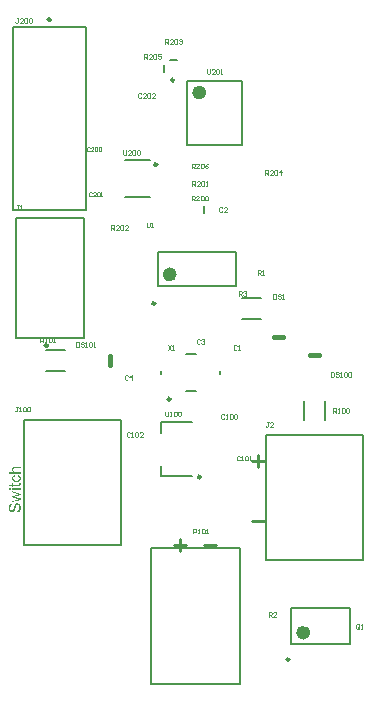
<source format=gbr>
G04*
G04 #@! TF.GenerationSoftware,Altium Limited,Altium Designer,25.7.1 (20)*
G04*
G04 Layer_Color=65535*
%FSLAX44Y44*%
%MOMM*%
G71*
G04*
G04 #@! TF.SameCoordinates,265DE244-54D5-4CCD-A973-AF3357FD315F*
G04*
G04*
G04 #@! TF.FilePolarity,Positive*
G04*
G01*
G75*
%ADD10C,0.2500*%
%ADD11C,0.6000*%
%ADD12C,0.2000*%
%ADD13C,0.4000*%
%ADD14C,0.0762*%
%ADD15C,0.2540*%
G36*
X1478280Y448879D02*
X1473797D01*
X1473783D01*
X1473755D01*
X1473713D01*
X1473656D01*
X1473501Y448865D01*
X1473304Y448837D01*
X1473092Y448781D01*
X1472881Y448710D01*
X1472669Y448611D01*
X1472500Y448485D01*
X1472486Y448470D01*
X1472430Y448414D01*
X1472359Y448330D01*
X1472289Y448203D01*
X1472204Y448048D01*
X1472148Y447864D01*
X1472091Y447639D01*
X1472077Y447385D01*
Y447300D01*
X1472091Y447202D01*
X1472106Y447061D01*
X1472148Y446920D01*
X1472190Y446751D01*
X1472261Y446581D01*
X1472359Y446398D01*
X1472373Y446384D01*
X1472416Y446328D01*
X1472472Y446243D01*
X1472557Y446144D01*
X1472669Y446032D01*
X1472796Y445919D01*
X1472951Y445820D01*
X1473121Y445736D01*
X1473149Y445722D01*
X1473205Y445708D01*
X1473318Y445679D01*
X1473459Y445637D01*
X1473642Y445595D01*
X1473868Y445566D01*
X1474121Y445552D01*
X1474417Y445538D01*
X1478280D01*
Y444340D01*
X1468525D01*
Y445538D01*
X1472021D01*
X1472007Y445552D01*
X1471979Y445581D01*
X1471936Y445623D01*
X1471866Y445693D01*
X1471795Y445764D01*
X1471711Y445863D01*
X1471626Y445989D01*
X1471528Y446116D01*
X1471443Y446257D01*
X1471358Y446412D01*
X1471203Y446779D01*
X1471133Y446976D01*
X1471091Y447188D01*
X1471062Y447413D01*
X1471048Y447639D01*
Y447766D01*
X1471062Y447921D01*
X1471091Y448104D01*
X1471119Y448316D01*
X1471175Y448541D01*
X1471260Y448767D01*
X1471358Y448992D01*
X1471373Y449020D01*
X1471415Y449091D01*
X1471485Y449189D01*
X1471584Y449316D01*
X1471711Y449443D01*
X1471852Y449584D01*
X1472021Y449711D01*
X1472218Y449824D01*
X1472247Y449838D01*
X1472317Y449866D01*
X1472444Y449908D01*
X1472627Y449951D01*
X1472853Y449993D01*
X1473121Y450035D01*
X1473445Y450064D01*
X1473811Y450078D01*
X1478280D01*
Y448879D01*
D02*
G37*
G36*
X1475898Y443297D02*
X1475954Y443283D01*
X1476039Y443269D01*
X1476151Y443241D01*
X1476264Y443212D01*
X1476546Y443114D01*
X1476842Y442987D01*
X1477166Y442803D01*
X1477477Y442578D01*
X1477617Y442451D01*
X1477758Y442310D01*
X1477773Y442296D01*
X1477787Y442268D01*
X1477815Y442226D01*
X1477857Y442169D01*
X1477914Y442099D01*
X1477970Y442000D01*
X1478026Y441887D01*
X1478097Y441774D01*
X1478224Y441493D01*
X1478322Y441154D01*
X1478407Y440788D01*
X1478421Y440576D01*
X1478435Y440365D01*
Y440224D01*
X1478421Y440125D01*
X1478407Y439998D01*
X1478379Y439857D01*
X1478351Y439702D01*
X1478322Y439533D01*
X1478210Y439152D01*
X1478125Y438969D01*
X1478040Y438772D01*
X1477928Y438574D01*
X1477801Y438391D01*
X1477660Y438208D01*
X1477491Y438039D01*
X1477477Y438025D01*
X1477448Y437996D01*
X1477392Y437954D01*
X1477321Y437898D01*
X1477223Y437841D01*
X1477096Y437757D01*
X1476955Y437686D01*
X1476800Y437602D01*
X1476617Y437517D01*
X1476405Y437447D01*
X1476194Y437362D01*
X1475940Y437306D01*
X1475686Y437249D01*
X1475390Y437207D01*
X1475094Y437179D01*
X1474770Y437165D01*
X1474756D01*
X1474713D01*
X1474657D01*
X1474572D01*
X1474474Y437179D01*
X1474361D01*
X1474234Y437193D01*
X1474093Y437207D01*
X1473783Y437249D01*
X1473445Y437320D01*
X1473106Y437404D01*
X1472768Y437531D01*
X1472754D01*
X1472726Y437545D01*
X1472684Y437574D01*
X1472627Y437602D01*
X1472472Y437686D01*
X1472289Y437813D01*
X1472077Y437982D01*
X1471866Y438180D01*
X1471654Y438419D01*
X1471485Y438687D01*
Y438701D01*
X1471471Y438730D01*
X1471443Y438772D01*
X1471415Y438828D01*
X1471387Y438899D01*
X1471344Y438983D01*
X1471260Y439195D01*
X1471189Y439434D01*
X1471119Y439730D01*
X1471062Y440041D01*
X1471048Y440379D01*
Y440492D01*
X1471062Y440576D01*
Y440661D01*
X1471076Y440774D01*
X1471119Y441041D01*
X1471189Y441337D01*
X1471302Y441648D01*
X1471443Y441958D01*
X1471640Y442254D01*
Y442268D01*
X1471669Y442282D01*
X1471753Y442366D01*
X1471880Y442493D01*
X1472063Y442649D01*
X1472289Y442803D01*
X1472571Y442959D01*
X1472895Y443100D01*
X1473276Y443198D01*
X1473459Y442028D01*
X1473445D01*
X1473431Y442014D01*
X1473346Y442000D01*
X1473219Y441958D01*
X1473064Y441887D01*
X1472895Y441817D01*
X1472712Y441704D01*
X1472543Y441577D01*
X1472402Y441436D01*
X1472388Y441422D01*
X1472345Y441366D01*
X1472289Y441267D01*
X1472218Y441154D01*
X1472148Y440999D01*
X1472091Y440830D01*
X1472049Y440633D01*
X1472035Y440421D01*
Y440337D01*
X1472049Y440266D01*
X1472063Y440111D01*
X1472120Y439900D01*
X1472190Y439674D01*
X1472303Y439420D01*
X1472472Y439181D01*
X1472571Y439068D01*
X1472684Y438955D01*
X1472698D01*
X1472712Y438927D01*
X1472754Y438899D01*
X1472810Y438871D01*
X1472881Y438828D01*
X1472965Y438772D01*
X1473064Y438730D01*
X1473177Y438673D01*
X1473318Y438617D01*
X1473473Y438574D01*
X1473642Y438518D01*
X1473825Y438476D01*
X1474023Y438448D01*
X1474248Y438419D01*
X1474488Y438391D01*
X1474742D01*
X1474756D01*
X1474798D01*
X1474883D01*
X1474967Y438405D01*
X1475094D01*
X1475221Y438419D01*
X1475531Y438462D01*
X1475869Y438518D01*
X1476222Y438617D01*
X1476532Y438744D01*
X1476687Y438828D01*
X1476814Y438927D01*
X1476842Y438955D01*
X1476913Y439025D01*
X1477011Y439152D01*
X1477124Y439308D01*
X1477251Y439519D01*
X1477350Y439759D01*
X1477420Y440041D01*
X1477434Y440196D01*
X1477448Y440351D01*
Y440379D01*
X1477434Y440463D01*
X1477420Y440604D01*
X1477392Y440760D01*
X1477350Y440943D01*
X1477265Y441140D01*
X1477166Y441337D01*
X1477025Y441521D01*
X1477011Y441549D01*
X1476941Y441591D01*
X1476842Y441676D01*
X1476687Y441774D01*
X1476504Y441873D01*
X1476278Y441986D01*
X1475996Y442071D01*
X1475686Y442127D01*
X1475841Y443311D01*
X1475855D01*
X1475898Y443297D01*
D02*
G37*
G36*
X1478280Y436460D02*
X1478294Y436404D01*
X1478308Y436305D01*
X1478322Y436178D01*
X1478351Y436037D01*
X1478365Y435882D01*
X1478379Y435572D01*
Y435459D01*
X1478365Y435346D01*
X1478351Y435205D01*
X1478336Y435036D01*
X1478294Y434867D01*
X1478252Y434712D01*
X1478181Y434557D01*
X1478167Y434543D01*
X1478139Y434500D01*
X1478097Y434444D01*
X1478026Y434359D01*
X1477956Y434289D01*
X1477857Y434204D01*
X1477758Y434120D01*
X1477632Y434063D01*
X1477617D01*
X1477561Y434035D01*
X1477462Y434021D01*
X1477321Y433993D01*
X1477138Y433965D01*
X1477025Y433951D01*
X1476898D01*
X1476743Y433937D01*
X1476588Y433922D01*
X1476419D01*
X1476222D01*
X1472134D01*
Y433034D01*
X1471203D01*
Y433922D01*
X1469455D01*
X1468736Y435121D01*
X1471203D01*
Y436333D01*
X1472134D01*
Y435121D01*
X1476292D01*
X1476320D01*
X1476377D01*
X1476461D01*
X1476560Y435135D01*
X1476786Y435149D01*
X1476884Y435163D01*
X1476955Y435177D01*
X1476983Y435191D01*
X1477039Y435233D01*
X1477110Y435290D01*
X1477180Y435388D01*
X1477195Y435417D01*
X1477223Y435487D01*
X1477251Y435614D01*
X1477265Y435797D01*
Y435938D01*
X1477251Y436009D01*
Y436107D01*
X1477237Y436220D01*
X1477223Y436333D01*
X1478280Y436488D01*
Y436460D01*
D02*
G37*
G36*
Y430694D02*
X1471203D01*
Y431893D01*
X1478280D01*
Y430694D01*
D02*
G37*
G36*
X1469892D02*
X1468525D01*
Y431893D01*
X1469892D01*
Y430694D01*
D02*
G37*
G36*
X1478280Y427466D02*
Y426226D01*
X1474051Y425098D01*
X1472839Y424816D01*
X1478280Y423392D01*
Y422123D01*
X1471203Y419981D01*
Y421235D01*
X1475291Y422363D01*
X1476814Y422758D01*
X1476800D01*
X1476772Y422772D01*
X1476701Y422786D01*
X1476659Y422800D01*
X1476588Y422814D01*
X1476504Y422828D01*
X1476405Y422856D01*
X1476292Y422884D01*
X1476151Y422927D01*
X1475996Y422969D01*
X1475813Y423011D01*
X1475602Y423068D01*
X1475362Y423124D01*
X1471203Y424252D01*
Y425478D01*
X1475320Y426536D01*
X1476673Y426888D01*
X1475305Y427297D01*
X1471203Y428509D01*
Y429679D01*
X1478280Y427466D01*
D02*
G37*
G36*
X1475827Y419205D02*
X1476024Y419177D01*
X1476250Y419121D01*
X1476490Y419050D01*
X1476743Y418937D01*
X1477011Y418782D01*
X1477025D01*
X1477039Y418768D01*
X1477124Y418698D01*
X1477251Y418599D01*
X1477392Y418458D01*
X1477561Y418275D01*
X1477744Y418049D01*
X1477914Y417795D01*
X1478069Y417499D01*
Y417485D01*
X1478083Y417457D01*
X1478097Y417415D01*
X1478125Y417358D01*
X1478153Y417274D01*
X1478195Y417175D01*
X1478252Y416950D01*
X1478322Y416682D01*
X1478393Y416358D01*
X1478435Y416005D01*
X1478449Y415625D01*
Y415399D01*
X1478435Y415286D01*
Y415159D01*
X1478421Y415018D01*
X1478407Y414849D01*
X1478351Y414497D01*
X1478294Y414130D01*
X1478195Y413764D01*
X1478069Y413411D01*
Y413397D01*
X1478054Y413369D01*
X1478026Y413327D01*
X1477998Y413270D01*
X1477914Y413101D01*
X1477787Y412904D01*
X1477617Y412678D01*
X1477420Y412439D01*
X1477180Y412213D01*
X1476913Y412002D01*
X1476898D01*
X1476870Y411973D01*
X1476828Y411959D01*
X1476772Y411917D01*
X1476701Y411889D01*
X1476617Y411847D01*
X1476405Y411748D01*
X1476137Y411649D01*
X1475841Y411565D01*
X1475503Y411508D01*
X1475150Y411480D01*
X1475038Y412692D01*
X1475052D01*
X1475066D01*
X1475108Y412706D01*
X1475165D01*
X1475291Y412735D01*
X1475475Y412777D01*
X1475658Y412833D01*
X1475869Y412890D01*
X1476067Y412988D01*
X1476250Y413087D01*
X1476264Y413101D01*
X1476320Y413143D01*
X1476419Y413214D01*
X1476518Y413327D01*
X1476645Y413468D01*
X1476772Y413623D01*
X1476898Y413834D01*
X1477011Y414060D01*
Y414074D01*
X1477025Y414088D01*
X1477039Y414130D01*
X1477054Y414173D01*
X1477096Y414314D01*
X1477152Y414497D01*
X1477209Y414722D01*
X1477251Y414976D01*
X1477279Y415258D01*
X1477293Y415568D01*
Y415695D01*
X1477279Y415836D01*
X1477265Y416005D01*
X1477237Y416203D01*
X1477209Y416428D01*
X1477152Y416654D01*
X1477082Y416865D01*
X1477068Y416893D01*
X1477039Y416964D01*
X1476983Y417062D01*
X1476927Y417189D01*
X1476828Y417316D01*
X1476729Y417457D01*
X1476617Y417598D01*
X1476476Y417711D01*
X1476461Y417725D01*
X1476405Y417753D01*
X1476335Y417795D01*
X1476222Y417852D01*
X1476109Y417908D01*
X1475968Y417951D01*
X1475813Y417979D01*
X1475644Y417993D01*
X1475630D01*
X1475559D01*
X1475475Y417979D01*
X1475362Y417965D01*
X1475249Y417922D01*
X1475108Y417880D01*
X1474967Y417810D01*
X1474840Y417711D01*
X1474826Y417697D01*
X1474784Y417654D01*
X1474728Y417598D01*
X1474643Y417499D01*
X1474558Y417387D01*
X1474460Y417232D01*
X1474361Y417048D01*
X1474276Y416837D01*
X1474262Y416823D01*
X1474248Y416752D01*
X1474206Y416640D01*
X1474192Y416569D01*
X1474164Y416470D01*
X1474121Y416372D01*
X1474093Y416245D01*
X1474051Y416104D01*
X1474009Y415935D01*
X1473966Y415765D01*
X1473910Y415568D01*
X1473853Y415343D01*
X1473797Y415103D01*
Y415089D01*
X1473783Y415047D01*
X1473769Y414976D01*
X1473741Y414892D01*
X1473713Y414779D01*
X1473684Y414652D01*
X1473600Y414370D01*
X1473501Y414060D01*
X1473402Y413736D01*
X1473304Y413454D01*
X1473247Y413327D01*
X1473191Y413214D01*
Y413200D01*
X1473177Y413186D01*
X1473121Y413101D01*
X1473050Y412974D01*
X1472937Y412833D01*
X1472810Y412664D01*
X1472655Y412495D01*
X1472472Y412326D01*
X1472275Y412185D01*
X1472247Y412171D01*
X1472176Y412128D01*
X1472063Y412072D01*
X1471922Y412016D01*
X1471739Y411959D01*
X1471528Y411903D01*
X1471302Y411861D01*
X1471062Y411847D01*
X1471048D01*
X1471034D01*
X1470992D01*
X1470936D01*
X1470795Y411875D01*
X1470611Y411903D01*
X1470400Y411945D01*
X1470160Y412016D01*
X1469921Y412114D01*
X1469681Y412255D01*
X1469667D01*
X1469653Y412269D01*
X1469568Y412340D01*
X1469455Y412439D01*
X1469314Y412565D01*
X1469159Y412735D01*
X1468990Y412946D01*
X1468835Y413200D01*
X1468694Y413482D01*
Y413496D01*
X1468680Y413524D01*
X1468666Y413566D01*
X1468638Y413623D01*
X1468609Y413693D01*
X1468581Y413792D01*
X1468525Y414003D01*
X1468468Y414271D01*
X1468412Y414581D01*
X1468370Y414906D01*
X1468356Y415272D01*
Y415455D01*
X1468370Y415554D01*
Y415653D01*
X1468398Y415921D01*
X1468440Y416217D01*
X1468511Y416527D01*
X1468595Y416865D01*
X1468708Y417175D01*
Y417189D01*
X1468722Y417217D01*
X1468750Y417260D01*
X1468779Y417316D01*
X1468849Y417457D01*
X1468976Y417640D01*
X1469117Y417852D01*
X1469300Y418063D01*
X1469512Y418261D01*
X1469751Y418444D01*
X1469765D01*
X1469780Y418458D01*
X1469822Y418486D01*
X1469864Y418514D01*
X1470005Y418585D01*
X1470188Y418670D01*
X1470414Y418768D01*
X1470682Y418839D01*
X1470964Y418909D01*
X1471274Y418937D01*
X1471373Y417697D01*
X1471358D01*
X1471330D01*
X1471288Y417683D01*
X1471217Y417669D01*
X1471062Y417626D01*
X1470851Y417570D01*
X1470625Y417485D01*
X1470400Y417358D01*
X1470188Y417203D01*
X1469991Y417006D01*
X1469977Y416978D01*
X1469921Y416907D01*
X1469836Y416766D01*
X1469751Y416583D01*
X1469667Y416343D01*
X1469582Y416062D01*
X1469526Y415709D01*
X1469512Y415314D01*
Y415117D01*
X1469526Y415032D01*
X1469540Y414920D01*
X1469568Y414666D01*
X1469624Y414384D01*
X1469695Y414102D01*
X1469808Y413834D01*
X1469878Y413721D01*
X1469949Y413609D01*
X1469963Y413581D01*
X1470019Y413524D01*
X1470118Y413439D01*
X1470231Y413355D01*
X1470386Y413256D01*
X1470555Y413172D01*
X1470752Y413115D01*
X1470978Y413087D01*
X1471006D01*
X1471062D01*
X1471161Y413101D01*
X1471274Y413129D01*
X1471415Y413172D01*
X1471556Y413242D01*
X1471697Y413327D01*
X1471838Y413454D01*
X1471852Y413468D01*
X1471894Y413538D01*
X1471936Y413595D01*
X1471965Y413651D01*
X1472007Y413736D01*
X1472063Y413834D01*
X1472106Y413961D01*
X1472162Y414102D01*
X1472218Y414257D01*
X1472289Y414440D01*
X1472345Y414638D01*
X1472416Y414863D01*
X1472472Y415117D01*
X1472543Y415399D01*
Y415413D01*
X1472557Y415470D01*
X1472571Y415554D01*
X1472599Y415653D01*
X1472627Y415780D01*
X1472669Y415935D01*
X1472712Y416090D01*
X1472754Y416259D01*
X1472853Y416625D01*
X1472951Y416978D01*
X1473008Y417147D01*
X1473064Y417302D01*
X1473106Y417443D01*
X1473163Y417556D01*
Y417570D01*
X1473177Y417598D01*
X1473205Y417640D01*
X1473233Y417697D01*
X1473318Y417852D01*
X1473431Y418035D01*
X1473586Y418247D01*
X1473755Y418458D01*
X1473952Y418655D01*
X1474164Y418825D01*
X1474192Y418839D01*
X1474262Y418895D01*
X1474389Y418951D01*
X1474558Y419036D01*
X1474756Y419106D01*
X1474995Y419177D01*
X1475263Y419219D01*
X1475545Y419233D01*
X1475559D01*
X1475573D01*
X1475616D01*
X1475672D01*
X1475827Y419205D01*
D02*
G37*
D10*
X1503750Y828650D02*
G03*
X1503750Y828650I-1250J0D01*
G01*
X1605250Y507500D02*
G03*
X1605250Y507500I-1250J0D01*
G01*
X1593830Y706120D02*
G03*
X1593830Y706120I-1250J0D01*
G01*
X1630750Y441500D02*
G03*
X1630750Y441500I-1250J0D01*
G01*
X1592250Y588500D02*
G03*
X1592250Y588500I-1250J0D01*
G01*
X1705950Y287000D02*
G03*
X1705950Y287000I-1250J0D01*
G01*
X1608250Y777550D02*
G03*
X1608250Y777550I-1250J0D01*
G01*
X1501270Y552680D02*
G03*
X1501270Y552680I-1270J0D01*
G01*
D11*
X1607500Y613000D02*
G03*
X1607500Y613000I-3000J0D01*
G01*
X1720500Y309750D02*
G03*
X1720500Y309750I-3000J0D01*
G01*
X1632500Y767000D02*
G03*
X1632500Y767000I-3000J0D01*
G01*
D12*
X1471750Y667750D02*
Y822650D01*
X1533250D01*
Y667750D02*
Y822650D01*
X1471750Y667750D02*
X1533250D01*
X1647500Y529000D02*
Y531000D01*
X1597500Y529000D02*
Y531000D01*
X1618000Y514000D02*
X1627000D01*
X1618000Y546000D02*
X1627000D01*
X1665860Y593200D02*
X1681860D01*
X1665860Y575200D02*
X1681860D01*
X1604500Y794500D02*
X1610500D01*
X1599500Y784500D02*
Y790500D01*
X1566500Y710000D02*
X1587500D01*
X1566500Y678500D02*
X1587500D01*
X1597000Y479000D02*
Y488000D01*
X1623000D01*
X1597000Y442000D02*
Y451000D01*
Y442000D02*
X1623000D01*
X1660500Y603000D02*
Y632000D01*
X1594500Y603000D02*
Y632000D01*
X1660500D01*
X1594500Y603000D02*
X1660500D01*
X1707500Y299750D02*
X1757500D01*
X1707500Y330250D02*
X1757500D01*
X1707500Y299750D02*
Y330250D01*
X1757500Y299750D02*
Y330250D01*
X1736200Y489840D02*
Y505840D01*
X1718200Y489840D02*
Y505840D01*
X1619500Y723000D02*
Y777000D01*
X1665500Y723000D02*
Y777000D01*
X1619500D02*
X1665500D01*
X1619500Y723000D02*
X1665500D01*
X1768200Y371120D02*
Y477120D01*
X1686200D02*
X1768200D01*
X1686200Y371120D02*
Y477120D01*
Y371120D02*
X1768200D01*
X1499500Y531000D02*
X1515500D01*
X1499500Y549000D02*
X1515500D01*
X1481500Y384000D02*
X1563500D01*
X1481500D02*
Y490000D01*
X1563500D01*
Y384000D02*
Y490000D01*
X1633220Y665020D02*
Y671020D01*
X1588600Y266140D02*
Y381140D01*
X1664300D01*
Y266140D02*
Y381140D01*
X1588600Y266140D02*
X1664300D01*
X1531800Y559200D02*
Y660800D01*
X1474600Y559200D02*
X1531800D01*
X1474600D02*
Y660800D01*
X1531800D01*
D13*
X1692720Y559960D02*
X1700720D01*
X1723200Y544820D02*
X1731200D01*
X1554000Y536000D02*
Y544000D01*
D14*
X1476376Y829944D02*
X1475107D01*
X1475742D01*
Y826770D01*
X1475107Y826136D01*
X1474472D01*
X1473837Y826770D01*
X1480185Y826136D02*
X1477646D01*
X1480185Y828675D01*
Y829310D01*
X1479550Y829944D01*
X1478281D01*
X1477646Y829310D01*
X1481455D02*
X1482090Y829944D01*
X1483359D01*
X1483994Y829310D01*
Y826770D01*
X1483359Y826136D01*
X1482090D01*
X1481455Y826770D01*
Y829310D01*
X1485264D02*
X1485898Y829944D01*
X1487168D01*
X1487803Y829310D01*
Y826770D01*
X1487168Y826136D01*
X1485898D01*
X1485264Y826770D01*
Y829310D01*
X1688466Y323216D02*
Y327024D01*
X1690370D01*
X1691005Y326390D01*
Y325120D01*
X1690370Y324485D01*
X1688466D01*
X1689736D02*
X1691005Y323216D01*
X1694814D02*
X1692275D01*
X1694814Y325755D01*
Y326390D01*
X1694179Y327024D01*
X1692910D01*
X1692275Y326390D01*
X1602741Y553084D02*
X1605280Y549276D01*
Y553084D02*
X1602741Y549276D01*
X1606550D02*
X1607819D01*
X1607184D01*
Y553084D01*
X1606550Y552450D01*
X1661160D02*
X1660525Y553084D01*
X1659256D01*
X1658621Y552450D01*
Y549910D01*
X1659256Y549276D01*
X1660525D01*
X1661160Y549910D01*
X1662430Y549276D02*
X1663699D01*
X1663064D01*
Y553084D01*
X1662430Y552450D01*
X1692276Y596264D02*
Y592456D01*
X1694181D01*
X1694816Y593090D01*
Y595630D01*
X1694181Y596264D01*
X1692276D01*
X1698624Y595630D02*
X1697990Y596264D01*
X1696720D01*
X1696085Y595630D01*
Y594995D01*
X1696720Y594360D01*
X1697990D01*
X1698624Y593725D01*
Y593090D01*
X1697990Y592456D01*
X1696720D01*
X1696085Y593090D01*
X1699894Y592456D02*
X1701164D01*
X1700529D01*
Y596264D01*
X1699894Y595630D01*
X1663066Y594996D02*
Y598804D01*
X1664970D01*
X1665605Y598170D01*
Y596900D01*
X1664970Y596265D01*
X1663066D01*
X1664336D02*
X1665605Y594996D01*
X1666875Y598170D02*
X1667510Y598804D01*
X1668779D01*
X1669414Y598170D01*
Y597535D01*
X1668779Y596900D01*
X1668144D01*
X1668779D01*
X1669414Y596265D01*
Y595630D01*
X1668779Y594996D01*
X1667510D01*
X1666875Y595630D01*
X1678941Y612776D02*
Y616584D01*
X1680845D01*
X1681480Y615950D01*
Y614680D01*
X1680845Y614045D01*
X1678941D01*
X1680210D02*
X1681480Y612776D01*
X1682750D02*
X1684019D01*
X1683384D01*
Y616584D01*
X1682750Y615950D01*
X1600837Y808356D02*
Y812164D01*
X1602742D01*
X1603376Y811530D01*
Y810260D01*
X1602742Y809625D01*
X1600837D01*
X1602107D02*
X1603376Y808356D01*
X1607185D02*
X1604646D01*
X1607185Y810895D01*
Y811530D01*
X1606550Y812164D01*
X1605281D01*
X1604646Y811530D01*
X1608455D02*
X1609090Y812164D01*
X1610359D01*
X1610994Y811530D01*
Y808990D01*
X1610359Y808356D01*
X1609090D01*
X1608455Y808990D01*
Y811530D01*
X1612264D02*
X1612898Y812164D01*
X1614168D01*
X1614803Y811530D01*
Y810895D01*
X1614168Y810260D01*
X1613533D01*
X1614168D01*
X1614803Y809625D01*
Y808990D01*
X1614168Y808356D01*
X1612898D01*
X1612264Y808990D01*
X1583057Y795656D02*
Y799464D01*
X1584962D01*
X1585596Y798830D01*
Y797560D01*
X1584962Y796925D01*
X1583057D01*
X1584327D02*
X1585596Y795656D01*
X1589405D02*
X1586866D01*
X1589405Y798195D01*
Y798830D01*
X1588770Y799464D01*
X1587501D01*
X1586866Y798830D01*
X1590675D02*
X1591310Y799464D01*
X1592579D01*
X1593214Y798830D01*
Y796290D01*
X1592579Y795656D01*
X1591310D01*
X1590675Y796290D01*
Y798830D01*
X1597023Y799464D02*
X1594484D01*
Y797560D01*
X1595753Y798195D01*
X1596388D01*
X1597023Y797560D01*
Y796290D01*
X1596388Y795656D01*
X1595118D01*
X1594484Y796290D01*
X1580516Y765810D02*
X1579882Y766444D01*
X1578612D01*
X1577977Y765810D01*
Y763270D01*
X1578612Y762636D01*
X1579882D01*
X1580516Y763270D01*
X1584325Y762636D02*
X1581786D01*
X1584325Y765175D01*
Y765810D01*
X1583690Y766444D01*
X1582421D01*
X1581786Y765810D01*
X1585595D02*
X1586230Y766444D01*
X1587499D01*
X1588134Y765810D01*
Y763270D01*
X1587499Y762636D01*
X1586230D01*
X1585595Y763270D01*
Y765810D01*
X1591943Y762636D02*
X1589404D01*
X1591943Y765175D01*
Y765810D01*
X1591308Y766444D01*
X1590038D01*
X1589404Y765810D01*
X1565277Y718184D02*
Y715010D01*
X1565912Y714376D01*
X1567182D01*
X1567816Y715010D01*
Y718184D01*
X1571625Y714376D02*
X1569086D01*
X1571625Y716915D01*
Y717550D01*
X1570990Y718184D01*
X1569721D01*
X1569086Y717550D01*
X1572895D02*
X1573530Y718184D01*
X1574799D01*
X1575434Y717550D01*
Y715010D01*
X1574799Y714376D01*
X1573530D01*
X1572895Y715010D01*
Y717550D01*
X1576704D02*
X1577338Y718184D01*
X1578608D01*
X1579243Y717550D01*
Y715010D01*
X1578608Y714376D01*
X1577338D01*
X1576704Y715010D01*
Y717550D01*
X1536659Y719920D02*
X1536109Y720471D01*
X1535009D01*
X1534458Y719920D01*
Y717720D01*
X1535009Y717169D01*
X1536109D01*
X1536659Y717720D01*
X1539960Y717169D02*
X1537759D01*
X1539960Y719370D01*
Y719920D01*
X1539410Y720471D01*
X1538309D01*
X1537759Y719920D01*
X1541060D02*
X1541610Y720471D01*
X1542711D01*
X1543261Y719920D01*
Y717720D01*
X1542711Y717169D01*
X1541610D01*
X1541060Y717720D01*
Y719920D01*
X1544361D02*
X1544911Y720471D01*
X1546012D01*
X1546562Y719920D01*
Y717720D01*
X1546012Y717169D01*
X1544911D01*
X1544361Y717720D01*
Y719920D01*
X1538479Y681820D02*
X1537929Y682371D01*
X1536829D01*
X1536279Y681820D01*
Y679620D01*
X1536829Y679070D01*
X1537929D01*
X1538479Y679620D01*
X1541780Y679070D02*
X1539579D01*
X1541780Y681270D01*
Y681820D01*
X1541230Y682371D01*
X1540130D01*
X1539579Y681820D01*
X1542880D02*
X1543430Y682371D01*
X1544531D01*
X1545081Y681820D01*
Y679620D01*
X1544531Y679070D01*
X1543430D01*
X1542880Y679620D01*
Y681820D01*
X1546181Y679070D02*
X1547282D01*
X1546731D01*
Y682371D01*
X1546181Y681820D01*
X1495044Y555752D02*
Y559561D01*
X1496948D01*
X1497583Y558926D01*
Y557656D01*
X1496948Y557022D01*
X1495044D01*
X1496314D02*
X1497583Y555752D01*
X1498853D02*
X1500122D01*
X1499488D01*
Y559561D01*
X1498853Y558926D01*
X1502027D02*
X1502662Y559561D01*
X1503931D01*
X1504566Y558926D01*
Y556387D01*
X1503931Y555752D01*
X1502662D01*
X1502027Y556387D01*
Y558926D01*
X1505836Y555752D02*
X1507105D01*
X1506470D01*
Y559561D01*
X1505836Y558926D01*
X1743035Y495936D02*
Y499744D01*
X1744939D01*
X1745574Y499110D01*
Y497840D01*
X1744939Y497205D01*
X1743035D01*
X1744304D02*
X1745574Y495936D01*
X1746843D02*
X1748113D01*
X1747478D01*
Y499744D01*
X1746843Y499110D01*
X1750017D02*
X1750652Y499744D01*
X1751922D01*
X1752557Y499110D01*
Y496570D01*
X1751922Y495936D01*
X1750652D01*
X1750017Y496570D01*
Y499110D01*
X1753826D02*
X1754461Y499744D01*
X1755731D01*
X1756365Y499110D01*
Y496570D01*
X1755731Y495936D01*
X1754461D01*
X1753826Y496570D01*
Y499110D01*
X1525524Y555751D02*
Y551942D01*
X1527428D01*
X1528063Y552577D01*
Y555116D01*
X1527428Y555751D01*
X1525524D01*
X1531872Y555116D02*
X1531237Y555751D01*
X1529968D01*
X1529333Y555116D01*
Y554481D01*
X1529968Y553846D01*
X1531237D01*
X1531872Y553212D01*
Y552577D01*
X1531237Y551942D01*
X1529968D01*
X1529333Y552577D01*
X1533142Y551942D02*
X1534411D01*
X1533776D01*
Y555751D01*
X1533142Y555116D01*
X1536315D02*
X1536950Y555751D01*
X1538220D01*
X1538855Y555116D01*
Y552577D01*
X1538220Y551942D01*
X1536950D01*
X1536315Y552577D01*
Y555116D01*
X1540124Y551942D02*
X1541394D01*
X1540759D01*
Y555751D01*
X1540124Y555116D01*
X1741130Y530224D02*
Y526416D01*
X1743035D01*
X1743669Y527050D01*
Y529590D01*
X1743035Y530224D01*
X1741130D01*
X1747478Y529590D02*
X1746843Y530224D01*
X1745574D01*
X1744939Y529590D01*
Y528955D01*
X1745574Y528320D01*
X1746843D01*
X1747478Y527685D01*
Y527050D01*
X1746843Y526416D01*
X1745574D01*
X1744939Y527050D01*
X1748748Y526416D02*
X1750017D01*
X1749383D01*
Y530224D01*
X1748748Y529590D01*
X1751922D02*
X1752557Y530224D01*
X1753826D01*
X1754461Y529590D01*
Y527050D01*
X1753826Y526416D01*
X1752557D01*
X1751922Y527050D01*
Y529590D01*
X1755731D02*
X1756365Y530224D01*
X1757635D01*
X1758270Y529590D01*
Y527050D01*
X1757635Y526416D01*
X1756365D01*
X1755731Y527050D01*
Y529590D01*
X1475739Y500887D02*
X1474470D01*
X1475104D01*
Y497713D01*
X1474470Y497078D01*
X1473835D01*
X1473200Y497713D01*
X1477009Y497078D02*
X1478278D01*
X1477644D01*
Y500887D01*
X1477009Y500252D01*
X1480183D02*
X1480818Y500887D01*
X1482087D01*
X1482722Y500252D01*
Y497713D01*
X1482087Y497078D01*
X1480818D01*
X1480183Y497713D01*
Y500252D01*
X1483992D02*
X1484626Y500887D01*
X1485896D01*
X1486531Y500252D01*
Y497713D01*
X1485896Y497078D01*
X1484626D01*
X1483992Y497713D01*
Y500252D01*
X1688337Y487933D02*
X1687068D01*
X1687702D01*
Y484759D01*
X1687068Y484124D01*
X1686433D01*
X1685798Y484759D01*
X1692146Y484124D02*
X1689607D01*
X1692146Y486663D01*
Y487298D01*
X1691511Y487933D01*
X1690242D01*
X1689607Y487298D01*
X1636152Y786904D02*
Y783730D01*
X1636787Y783096D01*
X1638056D01*
X1638691Y783730D01*
Y786904D01*
X1642500Y783096D02*
X1639961D01*
X1642500Y785635D01*
Y786270D01*
X1641865Y786904D01*
X1640596D01*
X1639961Y786270D01*
X1643770D02*
X1644404Y786904D01*
X1645674D01*
X1646309Y786270D01*
Y783730D01*
X1645674Y783096D01*
X1644404D01*
X1643770Y783730D01*
Y786270D01*
X1647578Y783096D02*
X1648848D01*
X1648213D01*
Y786904D01*
X1647578Y786270D01*
X1600835Y496904D02*
Y493730D01*
X1601469Y493096D01*
X1602739D01*
X1603374Y493730D01*
Y496904D01*
X1604643Y493096D02*
X1605913D01*
X1605278D01*
Y496904D01*
X1604643Y496270D01*
X1607817D02*
X1608452Y496904D01*
X1609722D01*
X1610357Y496270D01*
Y493730D01*
X1609722Y493096D01*
X1608452D01*
X1607817Y493730D01*
Y496270D01*
X1611626D02*
X1612261Y496904D01*
X1613531D01*
X1614165Y496270D01*
Y493730D01*
X1613531Y493096D01*
X1612261D01*
X1611626Y493730D01*
Y496270D01*
X1584961Y656904D02*
Y653730D01*
X1585596Y653096D01*
X1586865D01*
X1587500Y653730D01*
Y656904D01*
X1588770Y653096D02*
X1590039D01*
X1589404D01*
Y656904D01*
X1588770Y656270D01*
X1623017Y703096D02*
Y706904D01*
X1624922D01*
X1625556Y706270D01*
Y705000D01*
X1624922Y704365D01*
X1623017D01*
X1624287D02*
X1625556Y703096D01*
X1629365D02*
X1626826D01*
X1629365Y705635D01*
Y706270D01*
X1628730Y706904D01*
X1627461D01*
X1626826Y706270D01*
X1630635D02*
X1631270Y706904D01*
X1632539D01*
X1633174Y706270D01*
Y703730D01*
X1632539Y703096D01*
X1631270D01*
X1630635Y703730D01*
Y706270D01*
X1636983Y706904D02*
X1635713Y706270D01*
X1634444Y705000D01*
Y703730D01*
X1635078Y703096D01*
X1636348D01*
X1636983Y703730D01*
Y704365D01*
X1636348Y705000D01*
X1634444D01*
X1685517Y697596D02*
Y701404D01*
X1687422D01*
X1688056Y700770D01*
Y699500D01*
X1687422Y698865D01*
X1685517D01*
X1686787D02*
X1688056Y697596D01*
X1691865D02*
X1689326D01*
X1691865Y700135D01*
Y700770D01*
X1691230Y701404D01*
X1689961D01*
X1689326Y700770D01*
X1693135D02*
X1693770Y701404D01*
X1695039D01*
X1695674Y700770D01*
Y698230D01*
X1695039Y697596D01*
X1693770D01*
X1693135Y698230D01*
Y700770D01*
X1698848Y697596D02*
Y701404D01*
X1696944Y699500D01*
X1699483D01*
X1555117Y650876D02*
Y654684D01*
X1557022D01*
X1557656Y654050D01*
Y652780D01*
X1557022Y652145D01*
X1555117D01*
X1556387D02*
X1557656Y650876D01*
X1561465D02*
X1558926D01*
X1561465Y653415D01*
Y654050D01*
X1560830Y654684D01*
X1559561D01*
X1558926Y654050D01*
X1562735D02*
X1563370Y654684D01*
X1564639D01*
X1565274Y654050D01*
Y651510D01*
X1564639Y650876D01*
X1563370D01*
X1562735Y651510D01*
Y654050D01*
X1569083Y650876D02*
X1566544D01*
X1569083Y653415D01*
Y654050D01*
X1568448Y654684D01*
X1567178D01*
X1566544Y654050D01*
X1623652Y688096D02*
Y691904D01*
X1625556D01*
X1626191Y691270D01*
Y690000D01*
X1625556Y689365D01*
X1623652D01*
X1624922D02*
X1626191Y688096D01*
X1630000D02*
X1627461D01*
X1630000Y690635D01*
Y691270D01*
X1629365Y691904D01*
X1628096D01*
X1627461Y691270D01*
X1631270D02*
X1631904Y691904D01*
X1633174D01*
X1633809Y691270D01*
Y688730D01*
X1633174Y688096D01*
X1631904D01*
X1631270Y688730D01*
Y691270D01*
X1635078Y688096D02*
X1636348D01*
X1635713D01*
Y691904D01*
X1635078Y691270D01*
X1623017Y675596D02*
Y679404D01*
X1624922D01*
X1625556Y678770D01*
Y677500D01*
X1624922Y676865D01*
X1623017D01*
X1624287D02*
X1625556Y675596D01*
X1629365D02*
X1626826D01*
X1629365Y678135D01*
Y678770D01*
X1628730Y679404D01*
X1627461D01*
X1626826Y678770D01*
X1630635D02*
X1631270Y679404D01*
X1632539D01*
X1633174Y678770D01*
Y676230D01*
X1632539Y675596D01*
X1631270D01*
X1630635Y676230D01*
Y678770D01*
X1634444D02*
X1635078Y679404D01*
X1636348D01*
X1636983Y678770D01*
Y676230D01*
X1636348Y675596D01*
X1635078D01*
X1634444Y676230D01*
Y678770D01*
X1765000Y313730D02*
Y316270D01*
X1764365Y316904D01*
X1763096D01*
X1762461Y316270D01*
Y313730D01*
X1763096Y313096D01*
X1764365D01*
X1763730Y314365D02*
X1765000Y313096D01*
X1764365D02*
X1765000Y313730D01*
X1766270Y313096D02*
X1767539D01*
X1766904D01*
Y316904D01*
X1766270Y316270D01*
X1624569Y393736D02*
Y397544D01*
X1626474D01*
X1627109Y396910D01*
Y395640D01*
X1626474Y395005D01*
X1624569D01*
X1628378Y393736D02*
X1629648D01*
X1629013D01*
Y397544D01*
X1628378Y396910D01*
X1631552D02*
X1632187Y397544D01*
X1633457D01*
X1634091Y396910D01*
Y394370D01*
X1633457Y393736D01*
X1632187D01*
X1631552Y394370D01*
Y396910D01*
X1635361Y393736D02*
X1636631D01*
X1635996D01*
Y397544D01*
X1635361Y396910D01*
X1476755Y671575D02*
X1475486D01*
X1476120D01*
Y668401D01*
X1475486Y667766D01*
X1474851D01*
X1474216Y668401D01*
X1478025Y667766D02*
X1479294D01*
X1478660D01*
Y671575D01*
X1478025Y670940D01*
X1570874Y478770D02*
X1570239Y479404D01*
X1568969D01*
X1568335Y478770D01*
Y476230D01*
X1568969Y475596D01*
X1570239D01*
X1570874Y476230D01*
X1572143Y475596D02*
X1573413D01*
X1572778D01*
Y479404D01*
X1572143Y478770D01*
X1575317D02*
X1575952Y479404D01*
X1577222D01*
X1577857Y478770D01*
Y476230D01*
X1577222Y475596D01*
X1575952D01*
X1575317Y476230D01*
Y478770D01*
X1581665Y475596D02*
X1579126D01*
X1581665Y478135D01*
Y478770D01*
X1581031Y479404D01*
X1579761D01*
X1579126Y478770D01*
X1664009Y458770D02*
X1663374Y459404D01*
X1662104D01*
X1661469Y458770D01*
Y456230D01*
X1662104Y455596D01*
X1663374D01*
X1664009Y456230D01*
X1665278Y455596D02*
X1666548D01*
X1665913D01*
Y459404D01*
X1665278Y458770D01*
X1668452D02*
X1669087Y459404D01*
X1670357D01*
X1670991Y458770D01*
Y456230D01*
X1670357Y455596D01*
X1669087D01*
X1668452Y456230D01*
Y458770D01*
X1672261Y455596D02*
X1673531D01*
X1672896D01*
Y459404D01*
X1672261Y458770D01*
X1650874Y493770D02*
X1650239Y494404D01*
X1648969D01*
X1648335Y493770D01*
Y491230D01*
X1648969Y490596D01*
X1650239D01*
X1650874Y491230D01*
X1652143Y490596D02*
X1653413D01*
X1652778D01*
Y494404D01*
X1652143Y493770D01*
X1655317D02*
X1655952Y494404D01*
X1657222D01*
X1657857Y493770D01*
Y491230D01*
X1657222Y490596D01*
X1655952D01*
X1655317Y491230D01*
Y493770D01*
X1659126D02*
X1659761Y494404D01*
X1661031D01*
X1661665Y493770D01*
Y491230D01*
X1661031Y490596D01*
X1659761D01*
X1659126Y491230D01*
Y493770D01*
X1569085Y527050D02*
X1568450Y527684D01*
X1567181D01*
X1566546Y527050D01*
Y524510D01*
X1567181Y523876D01*
X1568450D01*
X1569085Y524510D01*
X1572259Y523876D02*
Y527684D01*
X1570355Y525780D01*
X1572894D01*
X1630045Y557530D02*
X1629410Y558164D01*
X1628141D01*
X1627506Y557530D01*
Y554990D01*
X1628141Y554356D01*
X1629410D01*
X1630045Y554990D01*
X1631315Y557530D02*
X1631950Y558164D01*
X1633219D01*
X1633854Y557530D01*
Y556895D01*
X1633219Y556260D01*
X1632584D01*
X1633219D01*
X1633854Y555625D01*
Y554990D01*
X1633219Y554356D01*
X1631950D01*
X1631315Y554990D01*
X1649095Y669290D02*
X1648460Y669924D01*
X1647191D01*
X1646556Y669290D01*
Y666750D01*
X1647191Y666116D01*
X1648460D01*
X1649095Y666750D01*
X1652904Y666116D02*
X1650365D01*
X1652904Y668655D01*
Y669290D01*
X1652269Y669924D01*
X1651000D01*
X1650365Y669290D01*
D15*
X1673860Y403860D02*
X1684017D01*
X1673860Y454658D02*
X1684017D01*
X1678938Y459736D02*
Y449579D01*
X1607820Y383538D02*
X1617977D01*
X1612898Y388617D02*
Y378460D01*
X1633220Y383540D02*
X1643377D01*
M02*

</source>
